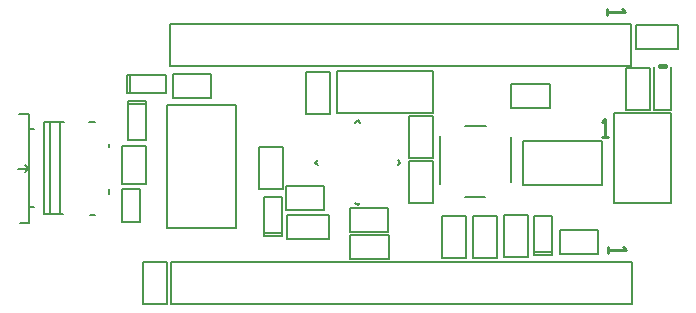
<source format=gto>
G04*
G04 #@! TF.GenerationSoftware,Altium Limited,Altium Designer,20.1.7 (139)*
G04*
G04 Layer_Color=65535*
%FSLAX44Y44*%
%MOMM*%
G71*
G04*
G04 #@! TF.SameCoordinates,2F106875-763D-4B6E-BA67-D31112414CBE*
G04*
G04*
G04 #@! TF.FilePolarity,Positive*
G04*
G01*
G75*
%ADD10C,0.1524*%
%ADD11C,0.2000*%
%ADD12C,0.4000*%
%ADD13C,0.1270*%
%ADD14C,0.2540*%
D10*
X258845Y92234D02*
X261000Y90079D01*
X225079Y126000D02*
X227234Y128155D01*
X261000Y161921D02*
X263155Y159766D01*
X294766Y123845D02*
X296921Y126000D01*
X258845Y159766D02*
X261000Y161921D01*
X225079Y126000D02*
X227234Y123845D01*
X261000Y90079D02*
X263155Y92234D01*
X294766Y128155D02*
X296921Y126000D01*
X99190Y70750D02*
X157690D01*
Y174750D01*
X99190D02*
X157690D01*
X99190Y70750D02*
Y174750D01*
D11*
X243360Y203780D02*
X324640D01*
X243360Y168220D02*
Y203780D01*
Y168220D02*
X324640D01*
Y203780D01*
X492240Y226000D02*
Y243780D01*
X233160Y208220D02*
X492240D01*
Y228540D01*
X233160Y243780D02*
X492240D01*
X102220D02*
X233160D01*
X102220Y208220D02*
X233160D01*
X102220D02*
Y243780D01*
X492640Y24000D02*
Y41780D01*
X233560Y6220D02*
X492640D01*
Y26540D01*
X233560Y41780D02*
X492640D01*
X102620D02*
X233560D01*
X102620Y6220D02*
X233560D01*
X102620D02*
Y41780D01*
X477570Y91900D02*
X525830D01*
X477570Y168100D02*
X525830D01*
Y91900D02*
Y168100D01*
X477570Y91900D02*
Y168100D01*
X390500Y109500D02*
Y147500D01*
X351500Y97500D02*
X368500D01*
X330500Y108500D02*
Y148500D01*
X351500Y157500D02*
X369500D01*
X60840Y107990D02*
X81160D01*
X60840D02*
Y140670D01*
X81160D01*
Y107990D02*
Y140670D01*
X137010Y180840D02*
Y201160D01*
X104330Y180840D02*
X137010D01*
X104330D02*
Y201160D01*
X137010D01*
X390990Y172840D02*
Y193160D01*
X423670D01*
Y172840D02*
Y193160D01*
X390990Y172840D02*
X423670D01*
X199990Y85840D02*
Y106160D01*
X232670D01*
Y85840D02*
Y106160D01*
X199990Y85840D02*
X232670D01*
X431990Y48840D02*
Y69160D01*
X464670D01*
Y48840D02*
Y69160D01*
X431990Y48840D02*
X464670D01*
X253990Y67840D02*
Y88160D01*
X286670D01*
Y67840D02*
Y88160D01*
X253990Y67840D02*
X286670D01*
X287010Y44840D02*
Y65160D01*
X254330Y44840D02*
X287010D01*
X254330D02*
Y65160D01*
X287010D01*
X76620Y75530D02*
Y103470D01*
X61380D02*
X76620D01*
X61380Y75530D02*
X76620D01*
X61380D02*
Y103470D01*
X526000Y170808D02*
Y206808D01*
X512000Y170808D02*
X526000D01*
X512000D02*
Y206808D01*
X200720Y82160D02*
X236280D01*
X200720Y61840D02*
Y82160D01*
Y61840D02*
X236280D01*
Y82160D01*
X78840Y6720D02*
Y42280D01*
Y6720D02*
X99160D01*
Y42280D01*
X78840D02*
X99160D01*
X496720Y243160D02*
X532280D01*
X496720Y222840D02*
Y243160D01*
Y222840D02*
X532280D01*
Y243160D01*
X487840Y170720D02*
Y206280D01*
Y170720D02*
X508160D01*
Y206280D01*
X487840D02*
X508160D01*
X237160Y167720D02*
Y203280D01*
X216840D02*
X237160D01*
X216840Y167720D02*
Y203280D01*
Y167720D02*
X237160D01*
X324160Y129720D02*
Y165280D01*
X303840D02*
X324160D01*
X303840Y129720D02*
Y165280D01*
Y129720D02*
X324160D01*
X197160Y103720D02*
Y139280D01*
X176840D02*
X197160D01*
X176840Y103720D02*
Y139280D01*
Y103720D02*
X197160D01*
X384840Y46720D02*
Y82280D01*
Y46720D02*
X405160D01*
Y82280D01*
X384840D02*
X405160D01*
X352160Y45720D02*
Y81280D01*
X331840D02*
X352160D01*
X331840Y45720D02*
Y81280D01*
Y45720D02*
X352160D01*
X324160Y91720D02*
Y127280D01*
X303840D02*
X324160D01*
X303840Y91720D02*
Y127280D01*
Y91720D02*
X324160D01*
X358840Y45720D02*
Y81280D01*
Y45720D02*
X379160D01*
Y81280D01*
X358840D02*
X379160D01*
X50496Y99496D02*
Y103996D01*
X33992Y81742D02*
X38242D01*
X-4742Y82496D02*
X11258D01*
X-4992Y82500D02*
Y160000D01*
X-4988Y160504D02*
X12262D01*
X33496Y160754D02*
X38246D01*
X500Y83000D02*
Y160000D01*
X8500Y82500D02*
Y160250D01*
X-17750Y74750D02*
Y167250D01*
X-25750Y167246D02*
X-17750D01*
X-24750Y74750D02*
X-17750D01*
X-27000Y121000D02*
X-17750D01*
X-27000D02*
X-17750D01*
X-17250Y154750D02*
X-13000D01*
X-17500Y88750D02*
X-13500D01*
X-21000Y124250D02*
X-17750Y121000D01*
Y120500D02*
Y121000D01*
X-17750D02*
X-17750D01*
X-20750Y118000D02*
X-17750Y121000D01*
X50512Y139080D02*
Y141874D01*
X66380Y176240D02*
Y178780D01*
X81620Y176240D02*
Y178780D01*
X66380D02*
X81620D01*
X66380Y176240D02*
X81620D01*
Y145760D02*
Y176240D01*
X66380Y145760D02*
X81620D01*
X66380D02*
Y176240D01*
X67760Y185380D02*
X98240D01*
Y200620D01*
X67760D02*
X98240D01*
X67760Y185380D02*
Y200620D01*
X65220Y185380D02*
Y200620D01*
X67760D01*
X65220Y185380D02*
X67760D01*
X196620Y64220D02*
Y66760D01*
X181380Y64220D02*
Y66760D01*
Y64220D02*
X196620D01*
X181380Y66760D02*
X196620D01*
X181380D02*
Y97240D01*
X196620D01*
Y66760D02*
Y97240D01*
X425620Y50760D02*
Y81240D01*
X410380D02*
X425620D01*
X410380Y50760D02*
Y81240D01*
Y50760D02*
X425620D01*
X410380Y48220D02*
X425620D01*
X410380D02*
Y50760D01*
X425620Y48220D02*
Y50760D01*
D12*
X517000Y207808D02*
X521000D01*
D13*
X400810Y107300D02*
X467810D01*
Y144300D01*
X400810D02*
X467810D01*
X400810Y107300D02*
Y144300D01*
D14*
X471920Y256480D02*
Y251402D01*
Y253941D01*
X487155D01*
X484616Y256480D01*
X472320Y54480D02*
Y49402D01*
Y51941D01*
X487555D01*
X485016Y54480D01*
X467410Y147780D02*
X472488D01*
X469949D01*
Y163015D01*
X467410Y160476D01*
M02*

</source>
